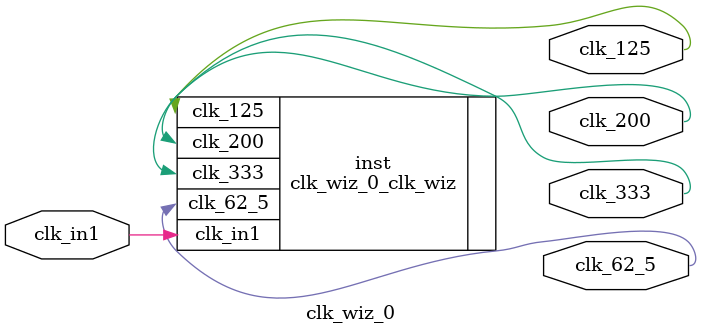
<source format=v>


`timescale 1ps/1ps

(* CORE_GENERATION_INFO = "clk_wiz_0,clk_wiz_v6_0_5_0_0,{component_name=clk_wiz_0,use_phase_alignment=true,use_min_o_jitter=false,use_max_i_jitter=false,use_dyn_phase_shift=false,use_inclk_switchover=false,use_dyn_reconfig=false,enable_axi=0,feedback_source=FDBK_AUTO,PRIMITIVE=MMCM,num_out_clk=4,clkin1_period=8.000,clkin2_period=10.000,use_power_down=false,use_reset=false,use_locked=false,use_inclk_stopped=false,feedback_type=SINGLE,CLOCK_MGR_TYPE=NA,manual_override=false}" *)

module clk_wiz_0 
 (
  // Clock out ports
  output        clk_125,
  output        clk_200,
  output        clk_333,
  output        clk_62_5,
 // Clock in ports
  input         clk_in1
 );

  clk_wiz_0_clk_wiz inst
  (
  // Clock out ports  
  .clk_125(clk_125),
  .clk_200(clk_200),
  .clk_333(clk_333),
  .clk_62_5(clk_62_5),
 // Clock in ports
  .clk_in1(clk_in1)
  );

endmodule

</source>
